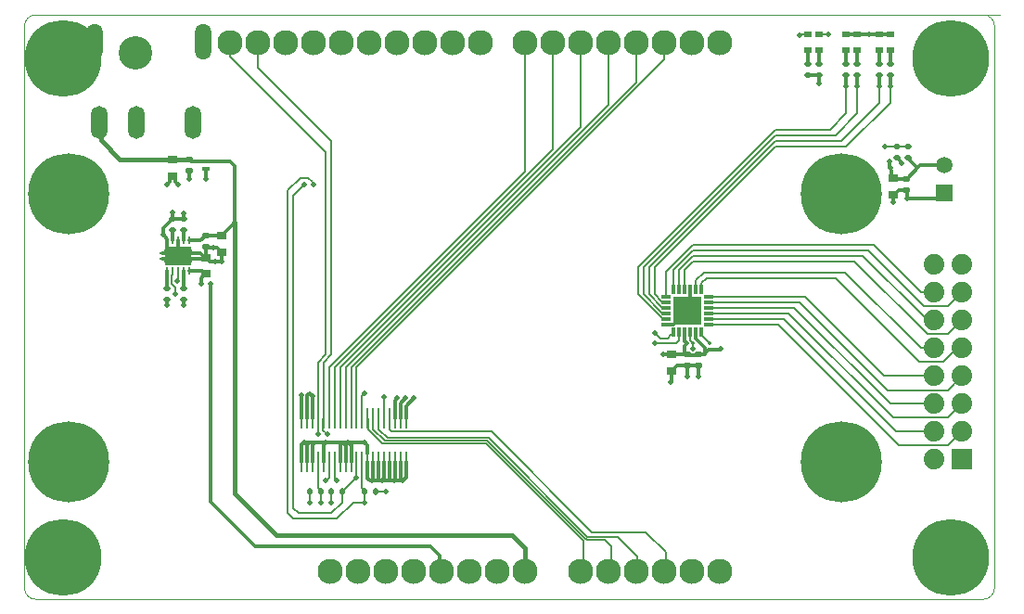
<source format=gtl>
G04*
G04 #@! TF.GenerationSoftware,Altium Limited,Altium Designer,24.5.2 (23)*
G04*
G04 Layer_Physical_Order=1*
G04 Layer_Color=255*
%FSLAX25Y25*%
%MOIN*%
G70*
G04*
G04 #@! TF.SameCoordinates,F16C448E-738A-4C22-B855-8D49D10EB716*
G04*
G04*
G04 #@! TF.FilePolarity,Positive*
G04*
G01*
G75*
%ADD12C,0.00600*%
%ADD14C,0.01200*%
%ADD20C,0.00100*%
G04:AMPARAMS|DCode=21|XSize=23.62mil|YSize=17.72mil|CornerRadius=4.43mil|HoleSize=0mil|Usage=FLASHONLY|Rotation=90.000|XOffset=0mil|YOffset=0mil|HoleType=Round|Shape=RoundedRectangle|*
%AMROUNDEDRECTD21*
21,1,0.02362,0.00886,0,0,90.0*
21,1,0.01476,0.01772,0,0,90.0*
1,1,0.00886,0.00443,0.00738*
1,1,0.00886,0.00443,-0.00738*
1,1,0.00886,-0.00443,-0.00738*
1,1,0.00886,-0.00443,0.00738*
%
%ADD21ROUNDEDRECTD21*%
%ADD22R,0.10039X0.10039*%
G04:AMPARAMS|DCode=23|XSize=35.43mil|YSize=11.81mil|CornerRadius=2.95mil|HoleSize=0mil|Usage=FLASHONLY|Rotation=270.000|XOffset=0mil|YOffset=0mil|HoleType=Round|Shape=RoundedRectangle|*
%AMROUNDEDRECTD23*
21,1,0.03543,0.00591,0,0,270.0*
21,1,0.02953,0.01181,0,0,270.0*
1,1,0.00591,-0.00295,-0.01476*
1,1,0.00591,-0.00295,0.01476*
1,1,0.00591,0.00295,0.01476*
1,1,0.00591,0.00295,-0.01476*
%
%ADD23ROUNDEDRECTD23*%
G04:AMPARAMS|DCode=24|XSize=35.43mil|YSize=11.81mil|CornerRadius=2.95mil|HoleSize=0mil|Usage=FLASHONLY|Rotation=180.000|XOffset=0mil|YOffset=0mil|HoleType=Round|Shape=RoundedRectangle|*
%AMROUNDEDRECTD24*
21,1,0.03543,0.00591,0,0,180.0*
21,1,0.02953,0.01181,0,0,180.0*
1,1,0.00591,-0.01476,0.00295*
1,1,0.00591,0.01476,0.00295*
1,1,0.00591,0.01476,-0.00295*
1,1,0.00591,-0.01476,-0.00295*
%
%ADD24ROUNDEDRECTD24*%
G04:AMPARAMS|DCode=26|XSize=32.68mil|YSize=27.56mil|CornerRadius=2.76mil|HoleSize=0mil|Usage=FLASHONLY|Rotation=0.000|XOffset=0mil|YOffset=0mil|HoleType=Round|Shape=RoundedRectangle|*
%AMROUNDEDRECTD26*
21,1,0.03268,0.02205,0,0,0.0*
21,1,0.02717,0.02756,0,0,0.0*
1,1,0.00551,0.01358,-0.01102*
1,1,0.00551,-0.01358,-0.01102*
1,1,0.00551,-0.01358,0.01102*
1,1,0.00551,0.01358,0.01102*
%
%ADD26ROUNDEDRECTD26*%
G04:AMPARAMS|DCode=27|XSize=13.78mil|YSize=11.81mil|CornerRadius=2.95mil|HoleSize=0mil|Usage=FLASHONLY|Rotation=90.000|XOffset=0mil|YOffset=0mil|HoleType=Round|Shape=RoundedRectangle|*
%AMROUNDEDRECTD27*
21,1,0.01378,0.00591,0,0,90.0*
21,1,0.00787,0.01181,0,0,90.0*
1,1,0.00591,0.00295,0.00394*
1,1,0.00591,0.00295,-0.00394*
1,1,0.00591,-0.00295,-0.00394*
1,1,0.00591,-0.00295,0.00394*
%
%ADD27ROUNDEDRECTD27*%
G04:AMPARAMS|DCode=28|XSize=13.78mil|YSize=11.81mil|CornerRadius=2.95mil|HoleSize=0mil|Usage=FLASHONLY|Rotation=180.000|XOffset=0mil|YOffset=0mil|HoleType=Round|Shape=RoundedRectangle|*
%AMROUNDEDRECTD28*
21,1,0.01378,0.00591,0,0,180.0*
21,1,0.00787,0.01181,0,0,180.0*
1,1,0.00591,-0.00394,0.00295*
1,1,0.00591,0.00394,0.00295*
1,1,0.00591,0.00394,-0.00295*
1,1,0.00591,-0.00394,-0.00295*
%
%ADD28ROUNDEDRECTD28*%
G04:AMPARAMS|DCode=29|XSize=23.62mil|YSize=17.72mil|CornerRadius=4.43mil|HoleSize=0mil|Usage=FLASHONLY|Rotation=180.000|XOffset=0mil|YOffset=0mil|HoleType=Round|Shape=RoundedRectangle|*
%AMROUNDEDRECTD29*
21,1,0.02362,0.00886,0,0,180.0*
21,1,0.01476,0.01772,0,0,180.0*
1,1,0.00886,-0.00738,0.00443*
1,1,0.00886,0.00738,0.00443*
1,1,0.00886,0.00738,-0.00443*
1,1,0.00886,-0.00738,-0.00443*
%
%ADD29ROUNDEDRECTD29*%
%ADD30R,0.02756X0.02362*%
G04:AMPARAMS|DCode=31|XSize=70.87mil|YSize=9.84mil|CornerRadius=0.49mil|HoleSize=0mil|Usage=FLASHONLY|Rotation=270.000|XOffset=0mil|YOffset=0mil|HoleType=Round|Shape=RoundedRectangle|*
%AMROUNDEDRECTD31*
21,1,0.07087,0.00886,0,0,270.0*
21,1,0.06988,0.00984,0,0,270.0*
1,1,0.00098,-0.00443,-0.03494*
1,1,0.00098,-0.00443,0.03494*
1,1,0.00098,0.00443,0.03494*
1,1,0.00098,0.00443,-0.03494*
%
%ADD31ROUNDEDRECTD31*%
G04:AMPARAMS|DCode=32|XSize=23.62mil|YSize=9.84mil|CornerRadius=1.48mil|HoleSize=0mil|Usage=FLASHONLY|Rotation=270.000|XOffset=0mil|YOffset=0mil|HoleType=Round|Shape=RoundedRectangle|*
%AMROUNDEDRECTD32*
21,1,0.02362,0.00689,0,0,270.0*
21,1,0.02067,0.00984,0,0,270.0*
1,1,0.00295,-0.00344,-0.01033*
1,1,0.00295,-0.00344,0.01033*
1,1,0.00295,0.00344,0.01033*
1,1,0.00295,0.00344,-0.01033*
%
%ADD32ROUNDEDRECTD32*%
G04:AMPARAMS|DCode=33|XSize=94.49mil|YSize=64.96mil|CornerRadius=1.62mil|HoleSize=0mil|Usage=FLASHONLY|Rotation=0.000|XOffset=0mil|YOffset=0mil|HoleType=Round|Shape=RoundedRectangle|*
%AMROUNDEDRECTD33*
21,1,0.09449,0.06171,0,0,0.0*
21,1,0.09124,0.06496,0,0,0.0*
1,1,0.00325,0.04562,-0.03086*
1,1,0.00325,-0.04562,-0.03086*
1,1,0.00325,-0.04562,0.03086*
1,1,0.00325,0.04562,0.03086*
%
%ADD33ROUNDEDRECTD33*%
G04:AMPARAMS|DCode=34|XSize=19.69mil|YSize=9.84mil|CornerRadius=0mil|HoleSize=0mil|Usage=FLASHONLY|Rotation=0.000|XOffset=0mil|YOffset=0mil|HoleType=Round|Shape=RoundedRectangle|*
%AMROUNDEDRECTD34*
21,1,0.01969,0.00984,0,0,0.0*
21,1,0.01969,0.00984,0,0,0.0*
1,1,0.00000,0.00985,-0.00492*
1,1,0.00000,-0.00985,-0.00492*
1,1,0.00000,-0.00985,0.00492*
1,1,0.00000,0.00985,0.00492*
%
%ADD34ROUNDEDRECTD34*%
G04:AMPARAMS|DCode=35|XSize=13.78mil|YSize=23.62mil|CornerRadius=1.38mil|HoleSize=0mil|Usage=FLASHONLY|Rotation=90.000|XOffset=0mil|YOffset=0mil|HoleType=Round|Shape=RoundedRectangle|*
%AMROUNDEDRECTD35*
21,1,0.01378,0.02087,0,0,90.0*
21,1,0.01102,0.02362,0,0,90.0*
1,1,0.00276,0.01043,0.00551*
1,1,0.00276,0.01043,-0.00551*
1,1,0.00276,-0.01043,-0.00551*
1,1,0.00276,-0.01043,0.00551*
%
%ADD35ROUNDEDRECTD35*%
G04:AMPARAMS|DCode=61|XSize=23.62mil|YSize=19.68mil|CornerRadius=4.92mil|HoleSize=0mil|Usage=FLASHONLY|Rotation=0.000|XOffset=0mil|YOffset=0mil|HoleType=Round|Shape=RoundedRectangle|*
%AMROUNDEDRECTD61*
21,1,0.02362,0.00984,0,0,0.0*
21,1,0.01378,0.01968,0,0,0.0*
1,1,0.00984,0.00689,-0.00492*
1,1,0.00984,-0.00689,-0.00492*
1,1,0.00984,-0.00689,0.00492*
1,1,0.00984,0.00689,0.00492*
%
%ADD61ROUNDEDRECTD61*%
%ADD62C,0.01600*%
%ADD63C,0.00700*%
%ADD64C,0.01400*%
%ADD65C,0.27559*%
%ADD66C,0.07400*%
%ADD67R,0.07400X0.07400*%
%ADD68C,0.09055*%
%ADD69R,0.05937X0.05937*%
%ADD70C,0.05937*%
%ADD71C,0.12000*%
%ADD72O,0.05906X0.11811*%
%ADD73O,0.05906X0.12992*%
%ADD74C,0.29134*%
%ADD75C,0.02000*%
D12*
X1157963Y765750D02*
Y771876D01*
X1047294Y655080D02*
X1157963Y765750D01*
X1047294Y636994D02*
Y655080D01*
X1045325Y655080D02*
X1147963Y757718D01*
X1045325Y636994D02*
Y655080D01*
X1147963Y757718D02*
Y771876D01*
X1043357Y636994D02*
Y655080D01*
X1137963Y749687D02*
Y771876D01*
X1043357Y655080D02*
X1137963Y749687D01*
X1041388Y655080D02*
X1127963Y741655D01*
Y771876D01*
X1041388Y636994D02*
Y655080D01*
X1039420Y655080D02*
X1117963Y733624D01*
X1039420Y636994D02*
Y655080D01*
X1117963Y733624D02*
Y771876D01*
X1107963Y725592D02*
Y771876D01*
X1037451Y655080D02*
X1107963Y725592D01*
X1037451Y636994D02*
Y655080D01*
X1033514Y657049D02*
X1036294Y659828D01*
X1033514Y631157D02*
Y657049D01*
X1035483Y636994D02*
Y657049D01*
X1038262Y659828D01*
X1154404Y691324D02*
X1197711Y734631D01*
X1154404Y681452D02*
Y691324D01*
Y681452D02*
X1156949Y678907D01*
X1156979D01*
X1157357Y678529D01*
X1022514Y718884D02*
X1027032Y723401D01*
X1029808D02*
X1031342Y721867D01*
X1027032Y723401D02*
X1029808D01*
X1038262Y659828D02*
Y736600D01*
X1036294Y659828D02*
Y732545D01*
X1001963Y766876D02*
X1036294Y732545D01*
X1011963Y762899D02*
X1038262Y736600D01*
X1031342Y721703D02*
Y721867D01*
Y721703D02*
X1031814Y721231D01*
Y720852D02*
Y721231D01*
X1024483Y716915D02*
X1028420Y720852D01*
X1024483Y604710D02*
Y716915D01*
X1022514Y602742D02*
Y718884D01*
Y602742D02*
X1024483Y600773D01*
X1040231D01*
X1046136Y606679D01*
X1050073D01*
X1024483Y604710D02*
X1026451Y602742D01*
X1038262D01*
X1042231Y606710D01*
Y610616D01*
X1168206Y662006D02*
Y663742D01*
Y662006D02*
X1168229Y661983D01*
X1168184Y663765D02*
X1168206Y663742D01*
X1033438Y631080D02*
X1033514Y631157D01*
X1035291Y632663D02*
X1036840Y631114D01*
X1035291Y632663D02*
Y636802D01*
X1035483Y636994D01*
X1154404Y667702D02*
X1156372Y665734D01*
X1159128D01*
X1161003Y666768D02*
X1161294Y667059D01*
X1160163Y666768D02*
X1161003D01*
X1159128Y665734D02*
X1160163Y666768D01*
X1161294Y667059D02*
Y667899D01*
X1154404Y663765D02*
X1162278D01*
X1163262Y664750D02*
Y667899D01*
X1162278Y663765D02*
X1163262Y664750D01*
X1034325Y606679D02*
Y610616D01*
X1057136Y644661D02*
X1057143Y644668D01*
X1057136Y636994D02*
Y644661D01*
X1127963Y581876D02*
X1128813Y582726D01*
Y592899D01*
X1137963Y581876D02*
X1138656Y582569D01*
X1130012Y593263D02*
X1136323D01*
X1138656Y590931D01*
X1129521Y593606D02*
X1129669D01*
X1130012Y593263D01*
X1138656Y582569D02*
Y590931D01*
X1147963Y581876D02*
X1148250Y582163D01*
X1141229Y594263D02*
X1148250Y587242D01*
Y582163D02*
Y587242D01*
X1130639Y594387D02*
X1130763Y594263D01*
X1141229D01*
X1130302Y594387D02*
X1130639D01*
X1157963Y581876D02*
X1158341Y582254D01*
Y588962D01*
X1151264Y596039D02*
X1158341Y588962D01*
X1131953Y596039D02*
X1151264D01*
X1059916Y632269D02*
X1095722D01*
X1059105Y636994D02*
X1059197Y636902D01*
Y632988D02*
X1059916Y632269D01*
X1059197Y632988D02*
Y636902D01*
X1055168Y636994D02*
X1055260Y636902D01*
Y632988D02*
X1058314Y629934D01*
X1055260Y632988D02*
Y636902D01*
X1053199Y636994D02*
X1053282Y636911D01*
Y632997D02*
X1057450Y628829D01*
X1053282Y632997D02*
Y636911D01*
X1051231Y636994D02*
X1051320Y636904D01*
Y633004D02*
X1056494Y627830D01*
X1051320Y633004D02*
Y636904D01*
X1095722Y632269D02*
X1131953Y596039D01*
X1094755Y629934D02*
X1130302Y594387D01*
X1058314Y629934D02*
X1094755D01*
X1094297Y628829D02*
X1129521Y593606D01*
X1057450Y628829D02*
X1094297D01*
X1093883Y627830D02*
X1128813Y592899D01*
X1056494Y627830D02*
X1093883D01*
X1049262Y644997D02*
X1050073Y645808D01*
X1049262Y636994D02*
Y644997D01*
X1050073Y645808D02*
Y646049D01*
Y606679D02*
Y610584D01*
X1050042Y610616D02*
X1050073Y610584D01*
X1036294Y614553D02*
X1037451Y615710D01*
Y621246D01*
X1039420Y615364D02*
X1040231Y614553D01*
X1039420Y615364D02*
Y621246D01*
X1001963Y766876D02*
Y771876D01*
X1011963Y762899D02*
Y771876D01*
X1198695Y670655D02*
X1242175Y627175D01*
X1259861D02*
X1264798Y632112D01*
X1242175Y627175D02*
X1259861D01*
X1200664Y672624D02*
X1241176Y632112D01*
X1254798D01*
X1259768Y637082D02*
X1264798Y642112D01*
X1240143Y637082D02*
X1259768D01*
X1202632Y674592D02*
X1240143Y637082D01*
X1173892Y670655D02*
X1198695D01*
X1173892Y672624D02*
X1200664D01*
X1173892Y674592D02*
X1202632D01*
X1236924Y652112D02*
X1254798D01*
X1208538Y680498D02*
X1236924Y652112D01*
X1173892Y680498D02*
X1208538D01*
X1238050Y647048D02*
X1259734D01*
X1206569Y678529D02*
X1238050Y647048D01*
X1173892Y678529D02*
X1206569D01*
X1239050Y642112D02*
X1254798D01*
X1204601Y676561D02*
X1239050Y642112D01*
X1173892Y676561D02*
X1204601D01*
X1259734Y647048D02*
X1264798Y652112D01*
X1258147Y657272D02*
X1262516Y661641D01*
X1249480Y657272D02*
X1258147D01*
X1262516Y661641D02*
X1264327D01*
X1219365Y687387D02*
X1249480Y657272D01*
X1222745Y689356D02*
X1249989Y662112D01*
X1254798D01*
X1173057Y687387D02*
X1219365D01*
X1171136Y683253D02*
X1171161Y683278D01*
Y685491D01*
X1173057Y687387D01*
X1172120Y689356D02*
X1222745D01*
X1169310Y683395D02*
Y686545D01*
X1172120Y689356D01*
X1169168Y683253D02*
X1169310Y683395D01*
X1252376Y667204D02*
X1259890D01*
X1168184Y693293D02*
X1226287D01*
X1252376Y667204D01*
X1251117Y677207D02*
X1259893D01*
X1231094Y697230D02*
X1251117Y677207D01*
X1259893D02*
X1264798Y682112D01*
X1259890Y667204D02*
X1264798Y672112D01*
X1168184Y695261D02*
X1229207D01*
X1251056Y673413D01*
X1253496D02*
X1254798Y672112D01*
X1251056Y673413D02*
X1253496D01*
X1233144Y699198D02*
X1250231Y682112D01*
X1168184Y699198D02*
X1233144D01*
X1250231Y682112D02*
X1254798D01*
X1165231Y690340D02*
X1168184Y693293D01*
X1163262Y690340D02*
X1168184Y695261D01*
X1161294Y690340D02*
X1168184Y697230D01*
X1231094D01*
X1158538Y689553D02*
X1168184Y699198D01*
X1165231Y683253D02*
Y690340D01*
X1163262Y683253D02*
Y690340D01*
X1161294Y683253D02*
Y690340D01*
X1158538Y680498D02*
Y689553D01*
X1152435Y681452D02*
X1156949Y676939D01*
X1152435Y691324D02*
X1197711Y736600D01*
X1152435Y681452D02*
Y691324D01*
X1150467Y681452D02*
X1156949Y674970D01*
X1150467Y691324D02*
X1197711Y738568D01*
X1150467Y681452D02*
Y691324D01*
X1148498Y681452D02*
Y691324D01*
X1197711Y740537D01*
X1148498Y681452D02*
X1156649Y673302D01*
X1197711Y740537D02*
X1217396D01*
X1223302Y746443D01*
Y756285D01*
X1197711Y734631D02*
X1223302D01*
X1239050Y750380D01*
Y756285D01*
X1221333Y736600D02*
X1235113Y750380D01*
Y756285D01*
X1197711Y736600D02*
X1221333D01*
X1219365Y738568D02*
X1227239Y746443D01*
Y756285D01*
X1197711Y738568D02*
X1219365D01*
X1156649Y673302D02*
X1156715D01*
X1157066Y672950D01*
Y672914D02*
Y672950D01*
Y672914D02*
X1157357Y672624D01*
X1158538D01*
X1156949Y674970D02*
X1156979D01*
X1157357Y674592D02*
X1158538D01*
X1156979Y674970D02*
X1157357Y674592D01*
X1156949Y676939D02*
X1156979D01*
X1157357Y676561D01*
X1158538D01*
X1157357Y678529D02*
X1158538D01*
X1264327Y661641D02*
X1264798Y662112D01*
X1030325Y606742D02*
X1030388Y606679D01*
X1030325Y606742D02*
Y610616D01*
X1054042D02*
X1057947D01*
X1050042D02*
Y610988D01*
X1049262Y611768D02*
Y621246D01*
Y611768D02*
X1050042Y610988D01*
X1043024Y611409D02*
X1047294Y615679D01*
X1042231Y610616D02*
Y610834D01*
X1047294Y615679D02*
Y621246D01*
X1042806Y611409D02*
X1043024D01*
X1042231Y610834D02*
X1042806Y611409D01*
X1033514Y611799D02*
X1034325Y610988D01*
Y610616D02*
Y610988D01*
X1033514Y611799D02*
Y621246D01*
X1206557Y774757D02*
X1209522D01*
X1206459Y774659D02*
X1206557Y774757D01*
X1213459D02*
X1216803D01*
X1216868Y774823D01*
X982019Y681528D02*
Y684065D01*
X980948Y685136D02*
X982019Y684065D01*
X980948Y685136D02*
Y686695D01*
X980967Y686714D01*
X980983Y689557D02*
X981175Y689749D01*
X980967Y688517D02*
X980983Y688533D01*
Y689557D01*
X980967Y686714D02*
Y688517D01*
X982857Y686136D02*
Y686515D01*
X983144Y686803D02*
Y689749D01*
X982857Y686515D02*
X983144Y686803D01*
X1171427Y666428D02*
X1173700Y664154D01*
X1173991Y663765D02*
X1174089D01*
X1171136Y666718D02*
Y667899D01*
Y666718D02*
X1171427Y666428D01*
X1171427D01*
X1173700Y664056D02*
Y664154D01*
Y664056D02*
X1173991Y663765D01*
X1167199Y664750D02*
X1167795Y664154D01*
X1168184Y663765D02*
Y663864D01*
X1167199Y664750D02*
Y667899D01*
X1167795Y664154D02*
X1167893D01*
X1168184Y663864D01*
D14*
X994873Y606761D02*
Y685348D01*
Y606761D02*
X1010703Y590931D01*
X1073695D01*
X1077126Y587500D01*
Y582713D02*
X1077963Y581876D01*
X1077126Y582713D02*
Y587500D01*
X985113Y677545D02*
Y679419D01*
X985176Y679482D01*
X979207Y677545D02*
Y679450D01*
X1241609Y730663D02*
X1241895Y730377D01*
X1242190Y729739D02*
X1242987Y728942D01*
X1241895Y730377D02*
X1242190D01*
Y729739D02*
Y730377D01*
X1242987Y728726D02*
Y728942D01*
X1239050Y726541D02*
Y726757D01*
X1239578Y723923D02*
X1240206Y723295D01*
X1239578Y723923D02*
Y726012D01*
X1239050Y726541D02*
X1239578Y726012D01*
X1238944Y726863D02*
X1239050Y726757D01*
X1238944Y726863D02*
Y729391D01*
X1051250Y624189D02*
Y627155D01*
X1050073Y628332D02*
X1051250Y627155D01*
X1044168Y628332D02*
X1050073D01*
X1027609Y636994D02*
Y645238D01*
X1029577Y645238D02*
X1030388Y646049D01*
X1029577Y636994D02*
Y645238D01*
X1030388Y646049D02*
X1031546Y644891D01*
Y636994D02*
Y644891D01*
X1032357Y628332D02*
X1036294D01*
X1030388D02*
X1032357D01*
X1031546Y627521D02*
X1032357Y628332D01*
X1031546Y621246D02*
Y627521D01*
X1028420Y628332D02*
X1030388D01*
X1029577Y627521D02*
X1030388Y628332D01*
X1029577Y621246D02*
Y627521D01*
X1042091Y628332D02*
X1044168D01*
X1042091D02*
X1043357Y627067D01*
X1036294Y628332D02*
X1042091D01*
X1027609Y621246D02*
Y627521D01*
X1028420Y628332D01*
X1053518Y614553D02*
X1054994D01*
X1052042D02*
X1053518D01*
X1053199Y614872D02*
Y621246D01*
Y614872D02*
X1053518Y614553D01*
X1054994D02*
X1057947D01*
X1054994D02*
X1055168Y614726D01*
Y621246D01*
X1057947Y614553D02*
X1059916D01*
X1057136Y615364D02*
X1057947Y614553D01*
X1057136Y615364D02*
Y621246D01*
X1059916Y614553D02*
X1061884D01*
X1059105Y615364D02*
X1059916Y614553D01*
X1059105Y615364D02*
Y621246D01*
X1061884Y614553D02*
X1063853D01*
X1061073Y615364D02*
X1061884Y614553D01*
X1061073Y615364D02*
Y621246D01*
X1063042Y615364D02*
Y621246D01*
Y615364D02*
X1063853Y614553D01*
X1065010Y615710D02*
Y621246D01*
X1063853Y614553D02*
X1065010Y615710D01*
X1051231Y615364D02*
Y621246D01*
Y615364D02*
X1052042Y614553D01*
X1045325Y621246D02*
Y627175D01*
X1044168Y628332D02*
X1045325Y627175D01*
X1043357Y621246D02*
Y627067D01*
X1041388Y621246D02*
Y627629D01*
X1042091Y628332D01*
X1035483Y621246D02*
Y627521D01*
X1036294Y628332D01*
X1167199Y676561D02*
Y683253D01*
X1166215Y675576D02*
X1167199Y676561D01*
X1227239Y774789D02*
X1235113D01*
X1242258Y718884D02*
X1244955D01*
X1241274Y717899D02*
X1242258Y718884D01*
X1241018Y717899D02*
X1241274D01*
X1240206Y723295D02*
X1240681Y722821D01*
X1244955D01*
Y718884D02*
X1245099Y718740D01*
X1170152Y651954D02*
Y655891D01*
X1166215Y651954D02*
Y655891D01*
X1160309Y650202D02*
X1160590Y650483D01*
X1160309Y649986D02*
Y650202D01*
X1160590Y650483D02*
Y654023D01*
X1160446Y670655D02*
X1160462Y670671D01*
X1158538Y670655D02*
X1160446D01*
X1160462Y670671D02*
X1161309D01*
X1162278Y671639D01*
X1162278D01*
X991953Y687987D02*
X992731Y688765D01*
X991953Y687732D02*
Y687987D01*
X991487Y685392D02*
Y687266D01*
X992731Y688765D02*
X992987D01*
X991487Y687266D02*
X991953Y687732D01*
X1213459Y757218D02*
X1213503Y757174D01*
X1213459Y757218D02*
Y760159D01*
X1248892Y726757D02*
X1249876Y727742D01*
X1245536Y723402D02*
X1248892Y726757D01*
X1245546Y730600D02*
X1245841D01*
X1246127Y730314D01*
Y729523D02*
Y730314D01*
Y729523D02*
X1248892Y726757D01*
X1240206Y714437D02*
Y717389D01*
X1245099Y715974D02*
X1256711D01*
X1258636Y717899D01*
X1245099Y715974D02*
Y718740D01*
X1249876Y727742D02*
X1258636D01*
X1223302Y774789D02*
X1227239D01*
X1235113D02*
X1239050D01*
X1227239Y764190D02*
Y769277D01*
X1223302Y764190D02*
X1223302Y764191D01*
Y769277D01*
X1239050Y764190D02*
Y769277D01*
X1235113Y764159D02*
Y769277D01*
X1209522Y760159D02*
X1213459D01*
X1213459Y764159D02*
Y769246D01*
Y764159D02*
X1213459Y764159D01*
X1209522D02*
Y769246D01*
X999148Y702545D02*
X999926Y703323D01*
X1003617Y707269D02*
Y727545D01*
X999926Y703579D02*
X1003617Y707269D01*
X999926Y703323D02*
Y703579D01*
X998892Y702545D02*
X999148D01*
X1001943Y729218D02*
X1003617Y727545D01*
X992987Y729218D02*
X1001943D01*
X987278Y729907D02*
X987967Y729218D01*
X992987D01*
X987081Y729907D02*
X987278D01*
X980226Y723224D02*
X981004Y724002D01*
X980226Y721955D02*
Y723224D01*
X979207Y720936D02*
X980226Y721955D01*
X981004Y724002D02*
X981176D01*
X979207Y720852D02*
Y720936D01*
X982125Y721955D02*
Y723224D01*
Y721955D02*
X983144Y720936D01*
X981176Y724002D02*
X981347D01*
X982125Y723224D01*
X983144Y720852D02*
Y720936D01*
X987081Y722821D02*
Y725970D01*
X992987Y722821D02*
Y726659D01*
X992987Y726659D01*
X981175Y700773D02*
X981176Y700774D01*
Y704513D01*
X981188Y708526D02*
Y710727D01*
X981200Y710739D01*
X981176Y708513D02*
X981188Y708526D01*
X981176Y708513D02*
X985113D01*
X985180Y708581D01*
Y710623D01*
X985248Y710691D01*
X977826Y702798D02*
X978884Y701740D01*
Y701570D02*
Y701740D01*
X977826Y705164D02*
X980595Y707932D01*
X978884Y701570D02*
X979207Y701246D01*
X977826Y702798D02*
Y705164D01*
X979207Y697230D02*
Y701246D01*
X984128Y696245D02*
X988853D01*
X991953Y695449D02*
Y695542D01*
Y695449D02*
X992731Y694671D01*
X988853Y696245D02*
X991250D01*
X991953Y695542D01*
X992731Y694671D02*
X992987D01*
X986097Y694277D02*
X988853D01*
X992593D01*
X992987Y694671D01*
X991747Y689749D02*
X992731Y688765D01*
X987081Y689749D02*
X991747D01*
X979207Y683450D02*
Y689749D01*
X985113Y683482D02*
Y689749D01*
X977435Y696245D02*
X980191D01*
X977435Y694277D02*
X982160D01*
X980191Y696245D02*
X981176Y697230D01*
X985113Y693293D02*
X986097Y694277D01*
X983144Y695261D02*
X984128Y696245D01*
X982160Y694277D02*
X983144Y695261D01*
Y700773D01*
X985113Y700774D02*
Y704513D01*
Y700774D02*
X985113Y700773D01*
X992987Y702545D02*
X998892D01*
X987081Y700773D02*
X991215D01*
X992406Y701964D01*
X996357Y693285D02*
X996365Y693293D01*
X998892D01*
X997858Y697417D02*
X998636Y696639D01*
X997858Y697417D02*
Y697434D01*
X997155Y698137D02*
X997858Y697434D01*
X995887Y698137D02*
X997155D01*
X998636Y696639D02*
X998892D01*
X995741Y698283D02*
X995887Y698137D01*
X992987Y694671D02*
Y698608D01*
X993232Y698362D02*
X995662D01*
X995741Y698283D01*
X992987Y698608D02*
X993232Y698362D01*
X998892Y693293D02*
X998892Y693293D01*
X998892Y693293D02*
Y696639D01*
X994629Y693285D02*
X996357D01*
X992987Y694671D02*
X993242D01*
X994629Y693285D01*
X1161624Y654801D02*
Y655057D01*
X1160846Y654023D02*
X1161624Y654801D01*
X1160590Y654023D02*
X1160846D01*
X1162458Y655891D02*
X1166215D01*
X1161624Y655057D02*
X1162458Y655891D01*
X1166215D02*
X1170152D01*
D20*
X1276514Y777976D02*
G03*
X1272514Y781876I-3950J-50D01*
G01*
X1272614Y571876D02*
G03*
X1276514Y575876I-50J3950D01*
G01*
X927963Y575876D02*
G03*
X931963Y571876I4000J0D01*
G01*
Y781876D02*
G03*
X927963Y777976I-50J-3950D01*
G01*
X1276514Y575876D02*
Y777976D01*
X1181963Y781876D02*
X1278420D01*
X931963D02*
X1181963D01*
X931963Y571876D02*
X1272614D01*
X927963Y575876D02*
Y777976D01*
D21*
X1050042Y610616D02*
D03*
X1054042D02*
D03*
X1034325D02*
D03*
X1030325D02*
D03*
X1042231D02*
D03*
X1038231D02*
D03*
D22*
X1166215Y675576D02*
D03*
D23*
X1171136Y667899D02*
D03*
X1169168D02*
D03*
X1167199D02*
D03*
X1165231D02*
D03*
X1163262D02*
D03*
X1161294D02*
D03*
Y683253D02*
D03*
X1163262D02*
D03*
X1165231D02*
D03*
X1167199D02*
D03*
X1169168D02*
D03*
X1171136D02*
D03*
D24*
X1158538Y670655D02*
D03*
Y672624D02*
D03*
Y674592D02*
D03*
Y676561D02*
D03*
Y678529D02*
D03*
Y680498D02*
D03*
X1173892D02*
D03*
Y678529D02*
D03*
Y676561D02*
D03*
Y674592D02*
D03*
Y672624D02*
D03*
Y670655D02*
D03*
D26*
X1160590Y659929D02*
D03*
Y654023D02*
D03*
X1240206Y717389D02*
D03*
Y723295D02*
D03*
X992987Y688765D02*
D03*
Y694671D02*
D03*
X998892Y702545D02*
D03*
Y696639D02*
D03*
X981176Y729907D02*
D03*
Y724002D02*
D03*
D27*
X1168184Y663765D02*
D03*
X1166018D02*
D03*
D28*
X1174089D02*
D03*
Y661600D02*
D03*
D29*
X1239050Y760190D02*
D03*
Y764190D02*
D03*
X1235113Y760159D02*
D03*
Y764159D02*
D03*
X1227239Y760190D02*
D03*
Y764190D02*
D03*
X1223302Y760190D02*
D03*
Y764190D02*
D03*
X1241609Y734663D02*
D03*
Y730663D02*
D03*
X1245546Y730600D02*
D03*
Y734600D02*
D03*
X981176Y704513D02*
D03*
Y708513D02*
D03*
X985113D02*
D03*
Y704513D02*
D03*
X985113Y679482D02*
D03*
Y683482D02*
D03*
X979207Y679450D02*
D03*
Y683450D02*
D03*
X1209522Y764159D02*
D03*
Y760159D02*
D03*
X1213459Y764159D02*
D03*
Y760159D02*
D03*
D30*
X1235113Y769277D02*
D03*
X1239050D02*
D03*
Y774789D02*
D03*
X1235113D02*
D03*
X1223302Y769277D02*
D03*
X1227239D02*
D03*
Y774789D02*
D03*
X1223302D02*
D03*
X1209522Y774757D02*
D03*
X1213459D02*
D03*
Y769246D02*
D03*
X1209522D02*
D03*
D31*
X1059105Y621246D02*
D03*
X1057136D02*
D03*
X1065010Y636994D02*
D03*
X1063042D02*
D03*
X1061073D02*
D03*
X1059105D02*
D03*
X1057136D02*
D03*
X1037451D02*
D03*
X1045325Y621246D02*
D03*
X1037451D02*
D03*
X1029577D02*
D03*
X1055168Y636994D02*
D03*
X1053199D02*
D03*
X1051231D02*
D03*
X1065010Y621246D02*
D03*
X1063042D02*
D03*
X1061073D02*
D03*
X1055168D02*
D03*
X1053199D02*
D03*
X1051231D02*
D03*
X1041388D02*
D03*
X1043357D02*
D03*
X1039420D02*
D03*
X1035483D02*
D03*
X1031546D02*
D03*
X1027609D02*
D03*
Y636994D02*
D03*
X1031546D02*
D03*
X1029577D02*
D03*
X1043357D02*
D03*
X1049262Y621246D02*
D03*
Y636994D02*
D03*
X1047294Y621246D02*
D03*
Y636994D02*
D03*
X1045325D02*
D03*
X1035483D02*
D03*
X1033514Y621246D02*
D03*
Y636994D02*
D03*
X1041388D02*
D03*
X1039420D02*
D03*
D32*
X987081Y700773D02*
D03*
X985113D02*
D03*
X983144D02*
D03*
X981175D02*
D03*
X979207D02*
D03*
Y689749D02*
D03*
X981175D02*
D03*
X983144D02*
D03*
X985113D02*
D03*
X987081D02*
D03*
D33*
X983144Y695261D02*
D03*
D34*
X988853Y696245D02*
D03*
Y694277D02*
D03*
X977435Y696245D02*
D03*
Y694277D02*
D03*
D35*
X992987Y726659D02*
D03*
Y729218D02*
D03*
D61*
X1166215Y659828D02*
D03*
Y655891D02*
D03*
X1170152Y659828D02*
D03*
Y655891D02*
D03*
X1244955Y722821D02*
D03*
Y718884D02*
D03*
X992987Y698608D02*
D03*
Y702545D02*
D03*
X987081Y725970D02*
D03*
Y729907D02*
D03*
D62*
X1003617Y609828D02*
Y707269D01*
Y609828D02*
X1018577Y594868D01*
X1103223D01*
X1107963Y581876D02*
Y590128D01*
X1103223Y594868D02*
X1107963Y590128D01*
X954751Y743391D02*
X955434Y742708D01*
Y736752D02*
Y742708D01*
Y736752D02*
X962278Y729907D01*
X981176D01*
X981176Y729907D01*
X987081D01*
D63*
X1237113Y734600D02*
X1245546D01*
X1237081Y734631D02*
X1237113Y734600D01*
X1038231Y606710D02*
X1038262Y606679D01*
X1038231Y606710D02*
Y610616D01*
D64*
X1169926Y659602D02*
X1170152Y659828D01*
X1166441Y659602D02*
X1169926D01*
X1166215Y659828D02*
X1166441Y659602D01*
X1170152Y659828D02*
X1172331D01*
X1169168Y665443D02*
X1172331Y662280D01*
Y659828D02*
Y662280D01*
X1165034Y661010D02*
Y662781D01*
X1165734Y660113D02*
X1166018Y659828D01*
X1165734Y660113D02*
Y660310D01*
X1165034Y662781D02*
X1166018Y663765D01*
Y659828D02*
X1166215D01*
X1165034Y661010D02*
X1165734Y660310D01*
X1160559Y659898D02*
X1160590Y659929D01*
X1157371Y659898D02*
X1160559D01*
X1157340Y659867D02*
X1157371Y659898D01*
X1160590Y659929D02*
X1160691Y659828D01*
X1061073Y636994D02*
Y643107D01*
X1061884Y643918D01*
Y644080D01*
X1063042Y636994D02*
Y642303D01*
X1064813Y644074D01*
X1065010Y636994D02*
Y641301D01*
X1067790Y644080D01*
X1227239Y756285D02*
Y760190D01*
X1223302Y756285D02*
Y760190D01*
X1239050Y756285D02*
Y760190D01*
X1235113Y756285D02*
X1235113Y756285D01*
Y760159D01*
X1177487Y661682D02*
X1177911D01*
X1178026Y661797D01*
X1174089Y661600D02*
X1177405D01*
X1177487Y661682D01*
X1172120Y659828D02*
X1173892Y661600D01*
X1174089D01*
X1160691Y659828D02*
X1166215D01*
X1169168Y665443D02*
Y667899D01*
X1165231Y664553D02*
X1166018Y663765D01*
X1165231Y664553D02*
Y667899D01*
D65*
X941805Y766128D02*
D03*
X941805Y586994D02*
D03*
X1260703D02*
D03*
Y766128D02*
D03*
D66*
X1254798Y692112D02*
D03*
X1264798D02*
D03*
X1254798Y682112D02*
D03*
X1264798D02*
D03*
X1254798Y652112D02*
D03*
Y642112D02*
D03*
Y632112D02*
D03*
Y622112D02*
D03*
X1264798Y652112D02*
D03*
Y642112D02*
D03*
Y632112D02*
D03*
Y662112D02*
D03*
Y672112D02*
D03*
X1254798Y662112D02*
D03*
Y672112D02*
D03*
D67*
X1264798Y622112D02*
D03*
D68*
X1037963Y581876D02*
D03*
X1047963D02*
D03*
X1057963D02*
D03*
X1067963D02*
D03*
X1077963D02*
D03*
X1087963D02*
D03*
X1097963D02*
D03*
X1107963D02*
D03*
X1127963D02*
D03*
X1137963D02*
D03*
X1147963D02*
D03*
X1157963D02*
D03*
X1167963D02*
D03*
X1177963D02*
D03*
X1091963Y771876D02*
D03*
X1081963D02*
D03*
X1071963D02*
D03*
X1061963D02*
D03*
X1051963D02*
D03*
X1041963D02*
D03*
X1031963D02*
D03*
X1021963D02*
D03*
X1011963D02*
D03*
X1001963D02*
D03*
X1177963D02*
D03*
X1167963D02*
D03*
X1157963D02*
D03*
X1147963D02*
D03*
X1137963D02*
D03*
X1127963D02*
D03*
X1117963D02*
D03*
X1107963D02*
D03*
D69*
X1258636Y717899D02*
D03*
D70*
Y727742D02*
D03*
D71*
X967743Y768194D02*
D03*
D72*
X954751Y743391D02*
D03*
X968137D02*
D03*
X988609D02*
D03*
D73*
X992152Y772131D02*
D03*
X953176D02*
D03*
D74*
X1221506Y621246D02*
D03*
X1221506Y717702D02*
D03*
X943947D02*
D03*
Y621246D02*
D03*
D75*
X1031814Y720852D02*
D03*
X1028420D02*
D03*
X985113Y677545D02*
D03*
X979207D02*
D03*
X1242987Y728726D02*
D03*
X1238944Y729391D02*
D03*
X1239050Y726757D02*
D03*
X1237081Y734631D02*
D03*
X1028420Y628332D02*
D03*
X1036294D02*
D03*
X1044168D02*
D03*
X1050073D02*
D03*
X1063853Y614553D02*
D03*
X1060900D02*
D03*
X1056471D02*
D03*
X1052780D02*
D03*
X1168229Y661983D02*
D03*
X1033438Y631080D02*
D03*
X1036840Y631114D02*
D03*
X1157340Y659867D02*
D03*
X1154404Y663765D02*
D03*
Y667702D02*
D03*
X1034325Y606679D02*
D03*
X1031546Y644891D02*
D03*
X1027609Y645238D02*
D03*
X1003617Y707269D02*
D03*
X1064813Y644074D02*
D03*
X1067790Y644080D02*
D03*
X1061884D02*
D03*
X1057143Y644668D02*
D03*
X1050073Y646049D02*
D03*
X1047294Y615679D02*
D03*
X1050073Y606679D02*
D03*
X1036294Y614553D02*
D03*
X1040231D02*
D03*
X1030388Y606679D02*
D03*
X1038262D02*
D03*
X1057947Y610616D02*
D03*
X1235113Y756285D02*
D03*
X1239050D02*
D03*
X1223302D02*
D03*
X1227239D02*
D03*
X1160309Y649986D02*
D03*
X1166215Y651954D02*
D03*
X1170152D02*
D03*
X1178026Y661797D02*
D03*
X981176Y695261D02*
D03*
X985113D02*
D03*
X991487Y685392D02*
D03*
X994873Y685348D02*
D03*
X1213503Y757174D02*
D03*
X1206459Y774659D02*
D03*
X1216868Y774823D02*
D03*
X1245099Y715974D02*
D03*
X1240206Y714437D02*
D03*
X1231361Y774783D02*
D03*
X992987Y722821D02*
D03*
X987081D02*
D03*
X983144Y720852D02*
D03*
X979207D02*
D03*
X985248Y710691D02*
D03*
X981200Y710739D02*
D03*
X977826Y702843D02*
D03*
X982857Y686136D02*
D03*
X982019Y681528D02*
D03*
X995741Y698283D02*
D03*
X996357Y693285D02*
D03*
X998892Y693293D02*
D03*
X979207D02*
D03*
Y697230D02*
D03*
X981176D02*
D03*
Y693293D02*
D03*
X987081D02*
D03*
Y697230D02*
D03*
X985113Y693293D02*
D03*
Y697230D02*
D03*
X983144Y695261D02*
D03*
X1166215Y671639D02*
D03*
X1166325Y679293D02*
D03*
X1170152Y675576D02*
D03*
X1162278D02*
D03*
Y679513D02*
D03*
X1170152D02*
D03*
Y671639D02*
D03*
X1162278D02*
D03*
X1166215Y675576D02*
D03*
M02*

</source>
